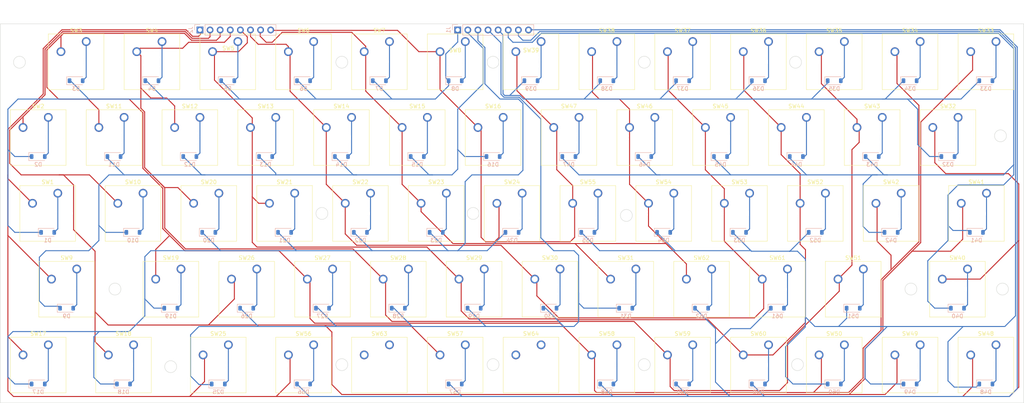
<source format=kicad_pcb>
(kicad_pcb (version 20221018) (generator pcbnew)

  (general
    (thickness 1.6)
  )

  (paper "A3")
  (layers
    (0 "F.Cu" signal)
    (31 "B.Cu" signal)
    (32 "B.Adhes" user "B.Adhesive")
    (33 "F.Adhes" user "F.Adhesive")
    (34 "B.Paste" user)
    (35 "F.Paste" user)
    (36 "B.SilkS" user "B.Silkscreen")
    (37 "F.SilkS" user "F.Silkscreen")
    (38 "B.Mask" user)
    (39 "F.Mask" user)
    (40 "Dwgs.User" user "User.Drawings")
    (41 "Cmts.User" user "User.Comments")
    (42 "Eco1.User" user "User.Eco1")
    (43 "Eco2.User" user "User.Eco2")
    (44 "Edge.Cuts" user)
    (45 "Margin" user)
    (46 "B.CrtYd" user "B.Courtyard")
    (47 "F.CrtYd" user "F.Courtyard")
    (48 "B.Fab" user)
    (49 "F.Fab" user)
    (50 "User.1" user)
    (51 "User.2" user)
    (52 "User.3" user)
    (53 "User.4" user)
    (54 "User.5" user)
    (55 "User.6" user)
    (56 "User.7" user)
    (57 "User.8" user)
    (58 "User.9" user)
  )

  (setup
    (pad_to_mask_clearance 0)
    (pcbplotparams
      (layerselection 0x00010fc_ffffffff)
      (plot_on_all_layers_selection 0x0000000_00000000)
      (disableapertmacros false)
      (usegerberextensions false)
      (usegerberattributes true)
      (usegerberadvancedattributes true)
      (creategerberjobfile true)
      (dashed_line_dash_ratio 12.000000)
      (dashed_line_gap_ratio 3.000000)
      (svgprecision 4)
      (plotframeref false)
      (viasonmask false)
      (mode 1)
      (useauxorigin false)
      (hpglpennumber 1)
      (hpglpenspeed 20)
      (hpglpendiameter 15.000000)
      (dxfpolygonmode true)
      (dxfimperialunits true)
      (dxfusepcbnewfont true)
      (psnegative false)
      (psa4output false)
      (plotreference true)
      (plotvalue true)
      (plotinvisibletext false)
      (sketchpadsonfab false)
      (subtractmaskfromsilk false)
      (outputformat 1)
      (mirror false)
      (drillshape 1)
      (scaleselection 1)
      (outputdirectory "")
    )
  )

  (net 0 "")
  (net 1 "Net-(D1-K)")
  (net 2 "Net-(D1-A)")
  (net 3 "Net-(D10-A)")
  (net 4 "Net-(D10-K)")
  (net 5 "Net-(D17-K)")
  (net 6 "Net-(D17-A)")
  (net 7 "Net-(D25-K)")
  (net 8 "Net-(D25-A)")
  (net 9 "Net-(D32-K)")
  (net 10 "Net-(D33-A)")
  (net 11 "Net-(D40-K)")
  (net 12 "Net-(D41-A)")
  (net 13 "Net-(D48-K)")
  (net 14 "Net-(D49-A)")
  (net 15 "Net-(D56-K)")
  (net 16 "Net-(D56-A)")
  (net 17 "Net-(J2-Pin_1)")
  (net 18 "Net-(J2-Pin_2)")
  (net 19 "Net-(J2-Pin_3)")
  (net 20 "Net-(J2-Pin_4)")
  (net 21 "Net-(J2-Pin_5)")
  (net 22 "Net-(J2-Pin_6)")
  (net 23 "Net-(J2-Pin_7)")
  (net 24 "Net-(J2-Pin_8)")
  (net 25 "unconnected-(SW63-Pad1)")
  (net 26 "unconnected-(SW63-Pad2)")
  (net 27 "unconnected-(SW64-Pad1)")
  (net 28 "unconnected-(SW64-Pad2)")
  (net 29 "Net-(D2-A)")
  (net 30 "Net-(D3-A)")
  (net 31 "Net-(D4-A)")
  (net 32 "Net-(D5-A)")
  (net 33 "Net-(D6-A)")
  (net 34 "Net-(D7-A)")
  (net 35 "Net-(D8-A)")
  (net 36 "Net-(D9-A)")
  (net 37 "Net-(D11-A)")
  (net 38 "Net-(D12-A)")
  (net 39 "Net-(D13-A)")
  (net 40 "Net-(D14-A)")
  (net 41 "Net-(D15-A)")
  (net 42 "Net-(D16-A)")
  (net 43 "Net-(D18-A)")
  (net 44 "Net-(D19-A)")
  (net 45 "Net-(D20-A)")
  (net 46 "Net-(D21-A)")
  (net 47 "Net-(D22-A)")
  (net 48 "Net-(D23-A)")
  (net 49 "Net-(D24-A)")
  (net 50 "Net-(D26-A)")
  (net 51 "Net-(D27-A)")
  (net 52 "Net-(D28-A)")
  (net 53 "Net-(D29-A)")
  (net 54 "Net-(D30-A)")
  (net 55 "Net-(D31-A)")
  (net 56 "Net-(D32-A)")
  (net 57 "Net-(D34-A)")
  (net 58 "Net-(D35-A)")
  (net 59 "Net-(D36-A)")
  (net 60 "Net-(D37-A)")
  (net 61 "Net-(D38-A)")
  (net 62 "Net-(D39-A)")
  (net 63 "Net-(D40-A)")
  (net 64 "Net-(D42-A)")
  (net 65 "Net-(D43-A)")
  (net 66 "Net-(D44-A)")
  (net 67 "Net-(D45-A)")
  (net 68 "Net-(D46-A)")
  (net 69 "Net-(D47-A)")
  (net 70 "Net-(D48-A)")
  (net 71 "Net-(D50-A)")
  (net 72 "Net-(D51-A)")
  (net 73 "Net-(D52-A)")
  (net 74 "Net-(D53-A)")
  (net 75 "Net-(D54-A)")
  (net 76 "Net-(D55-A)")
  (net 77 "Net-(D57-A)")
  (net 78 "Net-(D58-A)")
  (net 79 "Net-(D59-A)")
  (net 80 "Net-(D60-A)")
  (net 81 "Net-(D61-A)")
  (net 82 "Net-(D62-A)")

  (footprint "Button_Switch_Keyboard:SW_Cherry_MX_1.00u_PCB" (layer "F.Cu") (at 285.75 116.36375))

  (footprint "Button_Switch_Keyboard:SW_Cherry_MX_1.00u_PCB" (layer "F.Cu") (at 261.9375 154.46375))

  (footprint "Button_Switch_Keyboard:SW_Cherry_MX_1.00u_PCB" (layer "F.Cu") (at 114.3 116.36375))

  (footprint "Button_Switch_Keyboard:SW_Cherry_MX_1.00u_PCB" (layer "F.Cu") (at 252.4125 135.41375))

  (footprint "Button_Switch_Keyboard:SW_Cherry_MX_1.25u_PCB" (layer "F.Cu") (at 140.49375 173.51375))

  (footprint "Button_Switch_Keyboard:SW_Cherry_MX_1.00u_PCB" (layer "F.Cu") (at 276.225 173.51375))

  (footprint "Button_Switch_Keyboard:SW_Cherry_MX_1.00u_PCB" (layer "F.Cu") (at 257.175 97.31375))

  (footprint "Button_Switch_Keyboard:SW_Cherry_MX_1.00u_PCB" (layer "F.Cu") (at 214.3125 135.41375))

  (footprint "Button_Switch_Keyboard:SW_Cherry_MX_1.00u_PCB" (layer "F.Cu") (at 180.975 97.31375))

  (footprint "Button_Switch_Keyboard:SW_Cherry_MX_1.00u_PCB" (layer "F.Cu") (at 200.025 173.51375))

  (footprint "Button_Switch_Keyboard:SW_Cherry_MX_1.00u_PCB" (layer "F.Cu") (at 200.025 97.31375))

  (footprint "Button_Switch_Keyboard:SW_Cherry_MX_1.00u_PCB" (layer "F.Cu") (at 233.3625 135.41375))

  (footprint "Button_Switch_Keyboard:SW_Cherry_MX_1.00u_PCB" (layer "F.Cu") (at 304.8 116.36375))

  (footprint "Button_Switch_Keyboard:SW_Cherry_MX_1.00u_PCB" (layer "F.Cu") (at 95.25 116.36375))

  (footprint "Button_Switch_Keyboard:SW_Cherry_MX_1.00u_PCB" (layer "F.Cu") (at 295.275 97.31375))

  (footprint "Button_Switch_Keyboard:SW_Cherry_MX_1.00u_PCB" (layer "F.Cu") (at 147.6375 154.46375))

  (footprint "Button_Switch_Keyboard:SW_Cherry_MX_1.00u_PCB" (layer "F.Cu") (at 152.4 116.36375))

  (footprint "Button_Switch_Keyboard:SW_Cherry_MX_1.00u_PCB" (layer "F.Cu") (at 290.5125 135.41375))

  (footprint "Button_Switch_Keyboard:SW_Cherry_MX_1.00u_PCB" (layer "F.Cu") (at 119.0625 135.41375))

  (footprint "Button_Switch_Keyboard:SW_Cherry_MX_1.00u_PCB" (layer "F.Cu") (at 142.875 97.31375))

  (footprint "Button_Switch_Keyboard:SW_Cherry_MX_1.00u_PCB" (layer "F.Cu") (at 276.225 97.31375))

  (footprint "Button_Switch_Keyboard:SW_Cherry_MX_1.00u_PCB" (layer "F.Cu") (at 323.85 116.36375))

  (footprint "Button_Switch_Keyboard:SW_Cherry_MX_1.00u_PCB" (layer "F.Cu") (at 309.5625 135.41375))

  (footprint "Button_Switch_Keyboard:SW_Cherry_MX_1.00u_PCB" (layer "F.Cu") (at 185.7375 154.46375))

  (footprint "Button_Switch_Keyboard:SW_Cherry_MX_1.25u_PCB" (layer "F.Cu") (at 97.63125 135.41375))

  (footprint "Button_Switch_Keyboard:SW_Cherry_MX_1.00u_PCB" (layer "F.Cu") (at 219.075 173.51375))

  (footprint "Button_Switch_Keyboard:SW_Cherry_MX_1.00u_PCB" (layer "F.Cu") (at 280.9875 154.46375))

  (footprint "Button_Switch_Keyboard:SW_Cherry_MX_1.00u_PCB" (layer "F.Cu") (at 204.7875 154.46375))

  (footprint "Button_Switch_Keyboard:SW_Cherry_MX_1.00u_PCB" (layer "F.Cu") (at 300.0375 154.46375))

  (footprint "Button_Switch_Keyboard:SW_Cherry_MX_1.00u_PCB" (layer "F.Cu") (at 247.65 116.36375))

  (footprint "Button_Switch_Keyboard:SW_Cherry_MX_1.00u_PCB" (layer "F.Cu") (at 257.175 173.51375))

  (footprint "Button_Switch_Keyboard:SW_Cherry_MX_1.00u_PCB" (layer "F.Cu") (at 133.35 116.36375))

  (footprint "Button_Switch_Keyboard:SW_Cherry_MX_1.00u_PCB" (layer "F.Cu") (at 161.925 173.51375))

  (footprint "Button_Switch_Keyboard:SW_Cherry_MX_1.00u_PCB" (layer "F.Cu") (at 209.55 116.36375))

  (footprint "Button_Switch_Keyboard:SW_Cherry_MX_1.00u_PCB" (layer "F.Cu") (at 95.25 173.51375))

  (footprint "Button_Switch_Keyboard:SW_Cherry_MX_1.25u_PCB" (layer "F.Cu") (at 330.99375 135.41375))

  (footprint "Button_Switch_Keyboard:SW_Cherry_MX_1.00u_PCB" (layer "F.Cu") (at 128.5875 154.46375))

  (footprint "Button_Switch_Keyboard:SW_Cherry_MX_1.00u_PCB" (layer "F.Cu") (at 333.375 173.51375))

  (footprint "Button_Switch_Keyboard:SW_Cherry_MX_1.00u_PCB" (layer "F.Cu") (at 238.125 97.31375))

  (footprint "Button_Switch_Keyboard:SW_Cherry_MX_1.00u_PCB" (layer "F.Cu") (at 223.8375 154.46375))

  (footprint "Button_Switch_Keyboard:SW_Cherry_MX_1.00u_PCB" (layer "F.Cu") (at 219.075 97.31375))

  (footprint "Button_Switch_Keyboard:SW_Cherry_MX_1.00u_PCB" (layer "F.Cu")
    (tstamp a29d0987-fc1b-479e-89c1-4957eae3384f)
    (at 271.4625 135.41375)
    (descr "Cherry MX keyswitch, 1.00u, PCB mount, http://cherryamericas.com/wp-content/uploads/2014/12/mx_cat.pdf")
    (tags "Cherry MX keyswitch 1.00u PCB")
    (property "Sheetfile" "xantronix-z32.kicad_sch")
    (property "Sheetname" "")
    (property "ki_description" "Push button switch, generic, two pins")
    (property "ki_keywords" "switch normally-open pushbutton push-button")
    (path "/e818bc00-1e8f-44e3-b9f4-0bae43ab4fb8")
    (attr through_hole)
    (fp_text reference "SW53" (at -2.54 -2.794) (layer "F.SilkS")
        (effects (font (size 1 1) (thickness 0.15)))
      (tstamp cb3cf7f9-8c81-468e-8413-26def3be3526)
    )
    (fp_text value "SW_Push" (at -2.54 12.954) (layer "F.Fab")
        (effects (font (size 1 1) (thickness 0.15)))
      (tstamp 5182fbc3-0c7b-453c-aafd-532198d8e30e)
    )
    (fp_text user "${REFERENCE}" (at -2.54 -2.794) (layer "F.Fab")
        (effects (font (size 1 1) (thickness 0.15)))
      (tstamp 68a1dcc7-8161-4f6b-9b42-7c6638961b1c)
    )
    (fp_line (start -9.525 -1.905) (end 4.445 -1.905)
      (stroke (width 0.12) (type solid)) (layer "F.SilkS") (tstamp 08667e8a-8c72-429f-b2e6-5db12ca88ec3))
    (fp_line (start -9.525 12.065) (end -9.525 -1.905)
      (stroke (width 0.12) (type solid)) (layer "F.SilkS") (tstamp 0c747d89-b9cd-4ce8-9ab2-10088c866c2a))
    (fp_line (start 4.445 -1.905) (end 4.445 12.065)
      (stroke (width 0.12) (type solid)) (layer "F.SilkS") (tstamp f19d8e3e-1608-4cbf-9820-4000cc5e77a2))
    (fp_line (start 4.445 12.065) (end -9.525 12.065)
      (stroke (width 0.12) (type solid)) (layer "F.SilkS") (tstamp 4c4f0c93-87ab-4c00-841e-6a65574447aa))
    (fp_line (start -12.065 -4.445) (end 6.985 -4.445)
      (stroke (width 0.15) (type solid)) (layer "Dwgs.User") (tstamp e7e1ea46-d40c-432d-9e55-5a9b96b52741))
    (fp_line (start -12.065 14.605) (end -12.065 -4.445)
      (stroke (width 0.15) (type solid)) (layer "Dwgs.User") (tstamp 8db66b3b-fa37-4c8f-aaa0-111a725d8bc4))
    (fp_line (start 6.985 -4.445) (end 6.985 14.605)
      (stroke (width 0.15) (type solid)) (layer "Dwgs.User") (tstamp b1ad30f7-8a1d-476a-a2c5-5037a5d7450c))
    (fp_line (start 6.985 14.605) (end -12.065 14.605)
      (stroke (width 0.15) (type solid)) (layer "Dwgs.User") (tstamp 4924eca8-f13b-43e7-a3d0-2f8a8208b8df))
    (fp_line (start -9.14 -1.52) (end 4.06 -1.52)
      (stroke (width 0.05) (type solid)) (layer "F.CrtYd") (tstamp 4c571deb-
... [484046 chars truncated]
</source>
